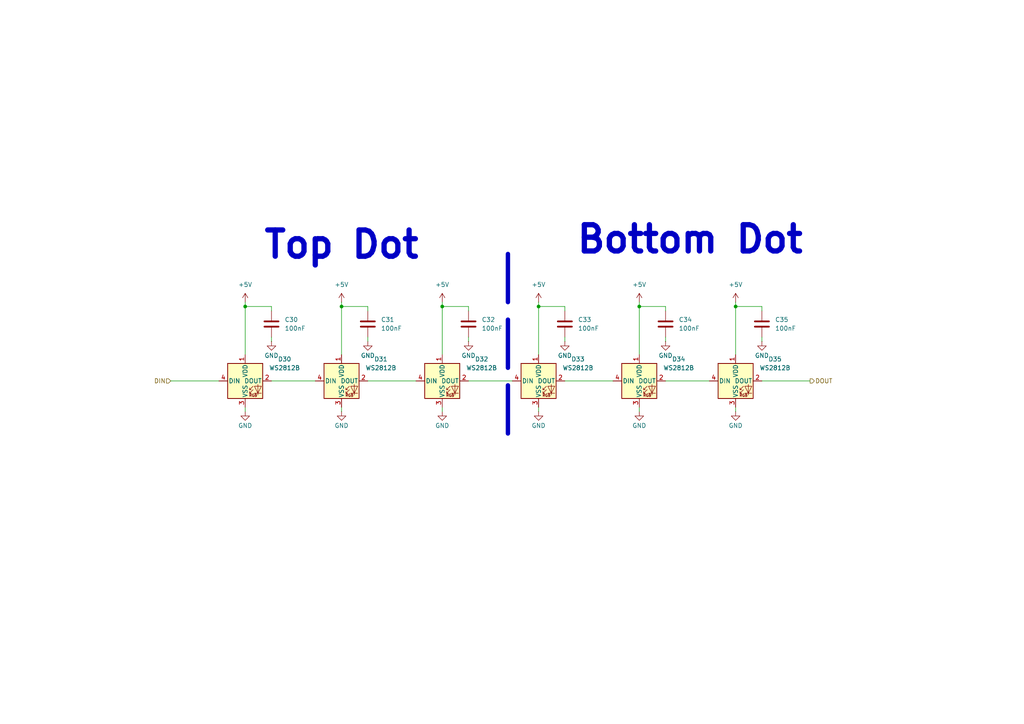
<source format=kicad_sch>
(kicad_sch (version 20231120) (generator "eeschema") (generator_version "8.0")
  (paper "A4")
  (lib_symbols
    (symbol "Device:C" (pin_numbers hide) (pin_names (offset 0.254))
      (property "Reference" "C" (at 0.635 2.54 0))
      (property "Value" "C" (at 0.635 -2.54 0))
      (symbol "C_0_1"
        (polyline (pts (xy -2.032 -0.762) (xy 2.032 -0.762)) (stroke (width 0.508)))
        (polyline (pts (xy -2.032 0.762) (xy 2.032 0.762)) (stroke (width 0.508)))
      )
      (symbol "C_1_1"
        (pin passive line (at 0 3.81 270) (length 2.794) (name "~") (number "1"))
        (pin passive line (at 0 -3.81 90) (length 2.794) (name "~") (number "2"))
      )
    )
    (symbol "LED:WS2812B" (pin_names (offset 0.254))
      (property "Reference" "D" (at 5.08 5.715 0))
      (property "Value" "WS2812B" (at 1.27 -5.715 0))
      (symbol "WS2812B_0_0"
        (text "RGB" (at 2.286 -4.191 0) (effects (font (size 0.762 0.762))))
      )
      (symbol "WS2812B_0_1"
        (polyline (pts (xy 1.27 -3.556) (xy 1.778 -3.556)))
        (polyline (pts (xy 1.27 -2.54) (xy 1.778 -2.54)))
        (polyline (pts (xy 4.699 -3.556) (xy 2.667 -3.556)))
        (polyline (pts (xy 2.286 -2.54) (xy 1.27 -3.556) (xy 1.27 -3.048)))
        (polyline (pts (xy 2.286 -1.524) (xy 1.27 -2.54) (xy 1.27 -2.032)))
        (polyline (pts (xy 3.683 -1.016) (xy 3.683 -3.556) (xy 3.683 -4.064)))
        (polyline (pts (xy 4.699 -1.524) (xy 2.667 -1.524) (xy 3.683 -3.556) (xy 4.699 -1.524)))
        (rectangle (start 5.08 5.08) (end -5.08 -5.08) (stroke (width 0.254)) (fill (type background)))
      )
      (symbol "WS2812B_1_1"
        (pin power_in line (at 0 7.62 270) (length 2.54) (name "VDD") (number "1"))
        (pin output line (at 7.62 0 180) (length 2.54) (name "DOUT") (number "2"))
        (pin power_in line (at 0 -7.62 90) (length 2.54) (name "VSS") (number "3"))
        (pin input line (at -7.62 0 0) (length 2.54) (name "DIN") (number "4"))
      )
    )
    (symbol "power:+5V" (power) (pin_numbers hide) (pin_names (offset 0) hide)
      (property "Value" "+5V" (at 0 3.556 0))
      (symbol "+5V_0_1"
        (polyline (pts (xy -0.762 1.27) (xy 0 2.54)))
        (polyline (pts (xy 0 0) (xy 0 2.54)))
        (polyline (pts (xy 0 2.54) (xy 0.762 1.27)))
      )
      (symbol "+5V_1_1"
        (pin power_in line (at 0 0 90) (length 0) (name "~") (number "1"))
      )
    )
    (symbol "power:GND" (power) (pin_numbers hide) (pin_names (offset 0) hide)
      (property "Value" "GND" (at 0 -3.81 0))
      (symbol "GND_0_1"
        (polyline (pts (xy 0 0) (xy 0 -1.27) (xy 1.27 -1.27) (xy 0 -2.54) (xy -1.27 -1.27) (xy 0 -1.27)))
      )
      (symbol "GND_1_1"
        (pin power_in line (at 0 0 270) (length 0) (name "~") (number "1"))
      )
    )
  )
  (junction (at 213.36 88.9))
  (junction (at 128.27 88.9))
  (junction (at 185.42 88.9))
  (junction (at 71.12 88.9))
  (junction (at 156.21 88.9))
  (junction (at 99.06 88.9))
  (wire (pts (xy 135.89 97.79) (xy 135.89 99.06)))
  (wire (pts (xy 106.68 110.49) (xy 120.65 110.49)))
  (wire (pts (xy 71.12 87.63) (xy 71.12 88.9)))
  (wire (pts (xy 185.42 102.87) (xy 185.42 88.9)))
  (wire (pts (xy 193.04 88.9) (xy 193.04 90.17)))
  (wire (pts (xy 99.06 118.11) (xy 99.06 119.38)))
  (wire (pts (xy 213.36 118.11) (xy 213.36 119.38)))
  (wire (pts (xy 163.83 88.9) (xy 163.83 90.17)))
  (wire (pts (xy 156.21 88.9) (xy 163.83 88.9)))
  (wire (pts (xy 128.27 118.11) (xy 128.27 119.38)))
  (wire (pts (xy 163.83 110.49) (xy 177.8 110.49)))
  (wire (pts (xy 99.06 102.87) (xy 99.06 88.9)))
  (wire (pts (xy 185.42 88.9) (xy 193.04 88.9)))
  (wire (pts (xy 185.42 87.63) (xy 185.42 88.9)))
  (wire (pts (xy 220.98 97.79) (xy 220.98 99.06)))
  (wire (pts (xy 106.68 88.9) (xy 106.68 90.17)))
  (wire (pts (xy 156.21 87.63) (xy 156.21 88.9)))
  (wire (pts (xy 78.74 97.79) (xy 78.74 99.06)))
  (wire (pts (xy 99.06 87.63) (xy 99.06 88.9)))
  (wire (pts (xy 71.12 88.9) (xy 78.74 88.9)))
  (wire (pts (xy 193.04 110.49) (xy 205.74 110.49)))
  (wire (pts (xy 213.36 102.87) (xy 213.36 88.9)))
  (wire (pts (xy 128.27 88.9) (xy 135.89 88.9)))
  (wire (pts (xy 99.06 88.9) (xy 106.68 88.9)))
  (wire (pts (xy 71.12 118.11) (xy 71.12 119.38)))
  (wire (pts (xy 128.27 102.87) (xy 128.27 88.9)))
  (wire (pts (xy 213.36 87.63) (xy 213.36 88.9)))
  (wire (pts (xy 185.42 118.11) (xy 185.42 119.38)))
  (wire (pts (xy 220.98 88.9) (xy 220.98 90.17)))
  (wire (pts (xy 156.21 118.11) (xy 156.21 119.38)))
  (wire (pts (xy 78.74 88.9) (xy 78.74 90.17)))
  (wire (pts (xy 135.89 110.49) (xy 148.59 110.49)))
  (wire (pts (xy 49.53 110.49) (xy 63.5 110.49)))
  (wire (pts (xy 213.36 88.9) (xy 220.98 88.9)))
  (wire (pts (xy 78.74 110.49) (xy 91.44 110.49)))
  (wire (pts (xy 135.89 88.9) (xy 135.89 90.17)))
  (wire (pts (xy 163.83 97.79) (xy 163.83 99.06)))
  (polyline (pts (xy 147.32 73.66) (xy 147.32 128.27)) (stroke (width 1.27) (type dash)))
  (wire (pts (xy 156.21 102.87) (xy 156.21 88.9)))
  (wire (pts (xy 128.27 87.63) (xy 128.27 88.9)))
  (wire (pts (xy 71.12 102.87) (xy 71.12 88.9)))
  (wire (pts (xy 106.68 97.79) (xy 106.68 99.06)))
  (wire (pts (xy 220.98 110.49) (xy 234.95 110.49)))
  (wire (pts (xy 193.04 97.79) (xy 193.04 99.06)))
  (text "Bottom Dot" (at 200.152 69.596 0) (effects (font (size 7.62 7.62) (thickness 1.524) (bold yes))))
  (text "Top Dot" (at 99.06 71.12 0) (effects (font (size 7.62 7.62) (thickness 1.524) (bold yes))))
  (hierarchical_label "DIN" (shape input) (at 49.53 110.49 180))
  (hierarchical_label "DOUT" (shape output) (at 234.95 110.49 0))
  (symbol (lib_id "LED:WS2812B") (at 156.21 110.49 0) (unit 1)
    (property "Reference" "D33" (at 167.64 104.1714 0))
    (property "Value" "WS2812B" (at 167.64 106.7114 0))
    (property "Footprint" "LED_SMD:LED_WS2812B_PLCC4_5.0x5.0mm_P3.2mm" (effects (hide yes)))
    (property "Datasheet" "https://cdn-shop.adafruit.com/datasheets/WS2812B.pdf" (effects (hide yes)))
    (property "Description" "RGB LED with integrated controller" (effects (hide yes)))
    (property "LCSC" "C2843785" (effects (hide yes)))
    (instances (project "ArenaTimer" (path "" (reference "D33") (unit 1)) (path "" (reference "D130") (unit 1))))
  )
  (symbol (lib_id "LED:WS2812B") (at 213.36 110.49 0) (unit 1)
    (property "Reference" "D35" (at 224.79 104.1714 0))
    (property "Value" "WS2812B" (at 224.79 106.7114 0))
    (property "Footprint" "LED_SMD:LED_WS2812B_PLCC4_5.0x5.0mm_P3.2mm" (effects (hide yes)))
    (property "Datasheet" "https://cdn-shop.adafruit.com/datasheets/WS2812B.pdf" (effects (hide yes)))
    (property "Description" "RGB LED with integrated controller" (effects (hide yes)))
    (property "LCSC" "C2843785" (effects (hide yes)))
    (instances (project "ArenaTimer" (path "" (reference "D35") (unit 1)) (path "" (reference "D132") (unit 1))))
  )
  (symbol (lib_id "LED:WS2812B") (at 99.06 110.49 0) (unit 1)
    (property "Reference" "D31" (at 110.49 104.1714 0))
    (property "Value" "WS2812B" (at 110.49 106.7114 0))
    (property "Footprint" "LED_SMD:LED_WS2812B_PLCC4_5.0x5.0mm_P3.2mm" (effects (hide yes)))
    (property "Datasheet" "https://cdn-shop.adafruit.com/datasheets/WS2812B.pdf" (effects (hide yes)))
    (property "Description" "RGB LED with integrated controller" (effects (hide yes)))
    (property "LCSC" "C2843785" (effects (hide yes)))
    (instances (project "ArenaTimer" (path "" (reference "D31") (unit 1)) (path "" (reference "D128") (unit 1))))
  )
  (symbol (lib_id "power:GND") (at 185.42 119.38 0) (unit 1)
    (property "Reference" "#PWR0100" (effects (hide yes)))
    (property "Value" "GND" (at 185.42 123.444 0))
    (property "Description" "Power symbol creates a global label with name \"GND\" , ground" (effects (hide yes)))
    (instances (project "ArenaTimer" (path "" (reference "#PWR0100") (unit 1)) (path "" (reference "#PWR0391") (unit 1))))
  )
  (symbol (lib_id "power:GND") (at 193.04 99.06 0) (unit 1)
    (property "Reference" "#PWR0101" (effects (hide yes)))
    (property "Value" "GND" (at 193.04 103.124 0))
    (property "Description" "Power symbol creates a global label with name \"GND\" , ground" (effects (hide yes)))
    (instances (project "ArenaTimer" (path "" (reference "#PWR0101") (unit 1)) (path "" (reference "#PWR0392") (unit 1))))
  )
  (symbol (lib_id "power:+5V") (at 128.27 87.63 0) (unit 1)
    (property "Reference" "#PWR093" (effects (hide yes)))
    (property "Value" "+5V" (at 128.27 82.55 0))
    (property "Description" "Power symbol creates a global label with name \"+5V\"" (effects (hide yes)))
    (instances (project "ArenaTimer" (path "" (reference "#PWR093") (unit 1)) (path "" (reference "#PWR0384") (unit 1))))
  )
  (symbol (lib_id "power:GND") (at 156.21 119.38 0) (unit 1)
    (property "Reference" "#PWR097" (effects (hide yes)))
    (property "Value" "GND" (at 156.21 123.444 0))
    (property "Description" "Power symbol creates a global label with name \"GND\" , ground" (effects (hide yes)))
    (instances (project "ArenaTimer" (path "" (reference "#PWR097") (unit 1)) (path "" (reference "#PWR0388") (unit 1))))
  )
  (symbol (lib_id "power:GND") (at 99.06 119.38 0) (unit 1)
    (property "Reference" "#PWR091" (effects (hide yes)))
    (property "Value" "GND" (at 99.06 123.444 0))
    (property "Description" "Power symbol creates a global label with name \"GND\" , ground" (effects (hide yes)))
    (instances (project "ArenaTimer" (path "" (reference "#PWR091") (unit 1)) (path "" (reference "#PWR0382") (unit 1))))
  )
  (symbol (lib_id "power:GND") (at 128.27 119.38 0) (unit 1)
    (property "Reference" "#PWR094" (effects (hide yes)))
    (property "Value" "GND" (at 128.27 123.444 0))
    (property "Description" "Power symbol creates a global label with name \"GND\" , ground" (effects (hide yes)))
    (instances (project "ArenaTimer" (path "" (reference "#PWR094") (unit 1)) (path "" (reference "#PWR0385") (unit 1))))
  )
  (symbol (lib_id "power:+5V") (at 156.21 87.63 0) (unit 1)
    (property "Reference" "#PWR096" (effects (hide yes)))
    (property "Value" "+5V" (at 156.21 82.55 0))
    (property "Description" "Power symbol creates a global label with name \"+5V\"" (effects (hide yes)))
    (instances (project "ArenaTimer" (path "" (reference "#PWR096") (unit 1)) (path "" (reference "#PWR0387") (unit 1))))
  )
  (symbol (lib_id "power:GND") (at 78.74 99.06 0) (unit 1)
    (property "Reference" "#PWR089" (effects (hide yes)))
    (property "Value" "GND" (at 78.74 103.124 0))
    (property "Description" "Power symbol creates a global label with name \"GND\" , ground" (effects (hide yes)))
    (instances (project "ArenaTimer" (path "" (reference "#PWR089") (unit 1)) (path "" (reference "#PWR0380") (unit 1))))
  )
  (symbol (lib_id "power:GND") (at 220.98 99.06 0) (unit 1)
    (property "Reference" "#PWR0104" (effects (hide yes)))
    (property "Value" "GND" (at 220.98 103.124 0))
    (property "Description" "Power symbol creates a global label with name \"GND\" , ground" (effects (hide yes)))
    (instances (project "ArenaTimer" (path "" (reference "#PWR0104") (unit 1)) (path "" (reference "#PWR0395") (unit 1))))
  )
  (symbol (lib_id "power:+5V") (at 185.42 87.63 0) (unit 1)
    (property "Reference" "#PWR099" (effects (hide yes)))
    (property "Value" "+5V" (at 185.42 82.55 0))
    (property "Description" "Power symbol creates a global label with name \"+5V\"" (effects (hide yes)))
    (instances (project "ArenaTimer" (path "" (reference "#PWR099") (unit 1)) (path "" (reference "#PWR0390") (unit 1))))
  )
  (symbol (lib_id "LED:WS2812B") (at 71.12 110.49 0) (unit 1)
    (property "Reference" "D30" (at 82.55 104.1714 0))
    (property "Value" "WS2812B" (at 82.55 106.7114 0))
    (property "Footprint" "LED_SMD:LED_WS2812B_PLCC4_5.0x5.0mm_P3.2mm" (effects (hide yes)))
    (property "Datasheet" "https://cdn-shop.adafruit.com/datasheets/WS2812B.pdf" (effects (hide yes)))
    (property "Description" "RGB LED with integrated controller" (effects (hide yes)))
    (property "LCSC" "C2843785" (effects (hide yes)))
    (instances (project "ArenaTimer" (path "" (reference "D30") (unit 1)) (path "" (reference "D127") (unit 1))))
  )
  (symbol (lib_id "LED:WS2812B") (at 128.27 110.49 0) (unit 1)
    (property "Reference" "D32" (at 139.7 104.1714 0))
    (property "Value" "WS2812B" (at 139.7 106.7114 0))
    (property "Footprint" "LED_SMD:LED_WS2812B_PLCC4_5.0x5.0mm_P3.2mm" (effects (hide yes)))
    (property "Datasheet" "https://cdn-shop.adafruit.com/datasheets/WS2812B.pdf" (effects (hide yes)))
    (property "Description" "RGB LED with integrated controller" (effects (hide yes)))
    (property "LCSC" "C2843785" (effects (hide yes)))
    (instances (project "ArenaTimer" (path "" (reference "D32") (unit 1)) (path "" (reference "D129") (unit 1))))
  )
  (symbol (lib_id "power:GND") (at 163.83 99.06 0) (unit 1)
    (property "Reference" "#PWR098" (effects (hide yes)))
    (property "Value" "GND" (at 163.83 103.124 0))
    (property "Description" "Power symbol creates a global label with name \"GND\" , ground" (effects (hide yes)))
    (instances (project "ArenaTimer" (path "" (reference "#PWR098") (unit 1)) (path "" (reference "#PWR0389") (unit 1))))
  )
  (symbol (lib_id "power:GND") (at 71.12 119.38 0) (unit 1)
    (property "Reference" "#PWR088" (effects (hide yes)))
    (property "Value" "GND" (at 71.12 123.444 0))
    (property "Description" "Power symbol creates a global label with name \"GND\" , ground" (effects (hide yes)))
    (instances (project "ArenaTimer" (path "" (reference "#PWR088") (unit 1)) (path "" (reference "#PWR0379") (unit 1))))
  )
  (symbol (lib_id "power:+5V") (at 99.06 87.63 0) (unit 1)
    (property "Reference" "#PWR090" (effects (hide yes)))
    (property "Value" "+5V" (at 99.06 82.55 0))
    (property "Description" "Power symbol creates a global label with name \"+5V\"" (effects (hide yes)))
    (instances (project "ArenaTimer" (path "" (reference "#PWR090") (unit 1)) (path "" (reference "#PWR0381") (unit 1))))
  )
  (symbol (lib_id "Device:C") (at 78.74 93.98 0) (unit 1)
    (property "Reference" "C30" (at 82.55 92.7099 0) (effects (justify left)))
    (property "Value" "100nF" (at 82.55 95.2499 0) (effects (justify left)))
    (property "Description" "Unpolarized capacitor" (effects (hide yes)))
    (property "LCSC" "C56392" (effects (hide yes)))
    (instances (project "ArenaTimer" (path "" (reference "C30") (unit 1)) (path "" (reference "C127") (unit 1))))
  )
  (symbol (lib_id "Device:C") (at 163.83 93.98 0) (unit 1)
    (property "Reference" "C33" (at 167.64 92.7099 0) (effects (justify left)))
    (property "Value" "100nF" (at 167.64 95.2499 0) (effects (justify left)))
    (property "Description" "Unpolarized capacitor" (effects (hide yes)))
    (property "LCSC" "C56392" (effects (hide yes)))
    (instances (project "ArenaTimer" (path "" (reference "C33") (unit 1)) (path "" (reference "C130") (unit 1))))
  )
  (symbol (lib_id "Device:C") (at 193.04 93.98 0) (unit 1)
    (property "Reference" "C34" (at 196.85 92.7099 0) (effects (justify left)))
    (property "Value" "100nF" (at 196.85 95.2499 0) (effects (justify left)))
    (property "Description" "Unpolarized capacitor" (effects (hide yes)))
    (property "LCSC" "C56392" (effects (hide yes)))
    (instances (project "ArenaTimer" (path "" (reference "C34") (unit 1)) (path "" (reference "C131") (unit 1))))
  )
  (symbol (lib_id "power:GND") (at 106.68 99.06 0) (unit 1)
    (property "Reference" "#PWR092" (effects (hide yes)))
    (property "Value" "GND" (at 106.68 103.124 0))
    (property "Description" "Power symbol creates a global label with name \"GND\" , ground" (effects (hide yes)))
    (instances (project "ArenaTimer" (path "" (reference "#PWR092") (unit 1)) (path "" (reference "#PWR0383") (unit 1))))
  )
  (symbol (lib_id "Device:C") (at 135.89 93.98 0) (unit 1)
    (property "Reference" "C32" (at 139.7 92.7099 0) (effects (justify left)))
    (property "Value" "100nF" (at 139.7 95.2499 0) (effects (justify left)))
    (property "Description" "Unpolarized capacitor" (effects (hide yes)))
    (property "LCSC" "C56392" (effects (hide yes)))
    (instances (project "ArenaTimer" (path "" (reference "C32") (unit 1)) (path "" (reference "C129") (unit 1))))
  )
  (symbol (lib_id "Device:C") (at 220.98 93.98 0) (unit 1)
    (property "Reference" "C35" (at 224.79 92.7099 0) (effects (justify left)))
    (property "Value" "100nF" (at 224.79 95.2499 0) (effects (justify left)))
    (property "Description" "Unpolarized capacitor" (effects (hide yes)))
    (property "LCSC" "C56392" (effects (hide yes)))
    (instances (project "ArenaTimer" (path "" (reference "C35") (unit 1)) (path "" (reference "C132") (unit 1))))
  )
  (symbol (lib_id "Device:C") (at 106.68 93.98 0) (unit 1)
    (property "Reference" "C31" (at 110.49 92.7099 0) (effects (justify left)))
    (property "Value" "100nF" (at 110.49 95.2499 0) (effects (justify left)))
    (property "Description" "Unpolarized capacitor" (effects (hide yes)))
    (property "LCSC" "C56392" (effects (hide yes)))
    (instances (project "ArenaTimer" (path "" (reference "C31") (unit 1)) (path "" (reference "C128") (unit 1))))
  )
  (symbol (lib_id "power:GND") (at 135.89 99.06 0) (unit 1)
    (property "Reference" "#PWR095" (effects (hide yes)))
    (property "Value" "GND" (at 135.89 103.124 0))
    (property "Description" "Power symbol creates a global label with name \"GND\" , ground" (effects (hide yes)))
    (instances (project "ArenaTimer" (path "" (reference "#PWR095") (unit 1)) (path "" (reference "#PWR0386") (unit 1))))
  )
  (symbol (lib_id "power:+5V") (at 71.12 87.63 0) (unit 1)
    (property "Reference" "#PWR087" (effects (hide yes)))
    (property "Value" "+5V" (at 71.12 82.55 0))
    (property "Description" "Power symbol creates a global label with name \"+5V\"" (effects (hide yes)))
    (instances (project "ArenaTimer" (path "" (reference "#PWR087") (unit 1)) (path "" (reference "#PWR0378") (unit 1))))
  )
  (symbol (lib_id "power:GND") (at 213.36 119.38 0) (unit 1)
    (property "Reference" "#PWR0103" (effects (hide yes)))
    (property "Value" "GND" (at 213.36 123.444 0))
    (property "Description" "Power symbol creates a global label with name \"GND\" , ground" (effects (hide yes)))
    (instances (project "ArenaTimer" (path "" (reference "#PWR0103") (unit 1)) (path "" (reference "#PWR0394") (unit 1))))
  )
  (symbol (lib_id "power:+5V") (at 213.36 87.63 0) (unit 1)
    (property "Reference" "#PWR0102" (effects (hide yes)))
    (property "Value" "+5V" (at 213.36 82.55 0))
    (property "Description" "Power symbol creates a global label with name \"+5V\"" (effects (hide yes)))
    (instances (project "ArenaTimer" (path "" (reference "#PWR0102") (unit 1)) (path "" (reference "#PWR0393") (unit 1))))
  )
  (symbol (lib_id "LED:WS2812B") (at 185.42 110.49 0) (unit 1)
    (property "Reference" "D34" (at 196.85 104.1714 0))
    (property "Value" "WS2812B" (at 196.85 106.7114 0))
    (property "Footprint" "LED_SMD:LED_WS2812B_PLCC4_5.0x5.0mm_P3.2mm" (effects (hide yes)))
    (property "Datasheet" "https://cdn-shop.adafruit.com/datasheets/WS2812B.pdf" (effects (hide yes)))
    (property "Description" "RGB LED with integrated controller" (effects (hide yes)))
    (property "LCSC" "C2843785" (effects (hide yes)))
    (instances (project "ArenaTimer" (path "" (reference "D34") (unit 1)) (path "" (reference "D131") (unit 1))))
  )
)
</source>
